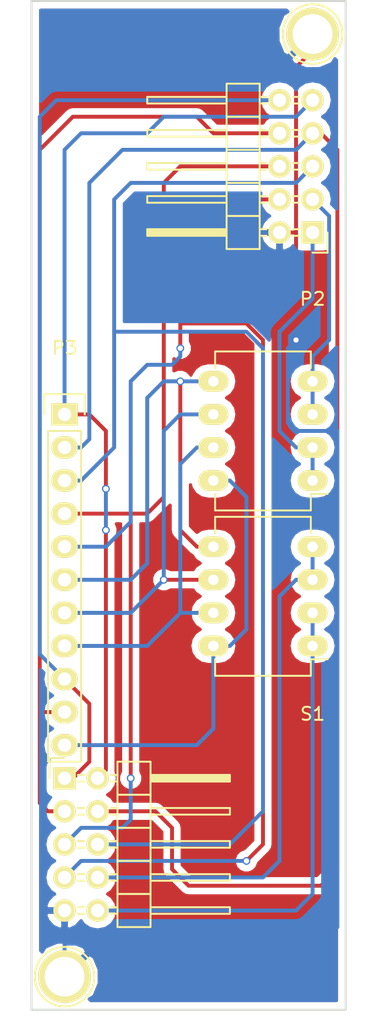
<source format=kicad_pcb>
(kicad_pcb (version 4) (host pcbnew 4.0.2+dfsg1-2~bpo8+1-stable)

  (general
    (links 33)
    (no_connects 0)
    (area 134.544999 82.474999 158.825001 160.095001)
    (thickness 1.6)
    (drawings 5)
    (tracks 168)
    (zones 0)
    (modules 7)
    (nets 17)
  )

  (page A4)
  (title_block
    (title "Module Generic Bottom Board")
    (date 2017-07-11)
    (company "Alexandros Drymonitis")
  )

  (layers
    (0 F.Cu signal)
    (31 B.Cu signal)
    (32 B.Adhes user)
    (33 F.Adhes user)
    (34 B.Paste user)
    (35 F.Paste user)
    (36 B.SilkS user)
    (37 F.SilkS user)
    (38 B.Mask user)
    (39 F.Mask user)
    (40 Dwgs.User user)
    (41 Cmts.User user)
    (42 Eco1.User user)
    (43 Eco2.User user)
    (44 Edge.Cuts user)
    (45 Margin user)
    (46 B.CrtYd user)
    (47 F.CrtYd user)
    (48 B.Fab user)
    (49 F.Fab user)
  )

  (setup
    (last_trace_width 0.3)
    (trace_clearance 0.25)
    (zone_clearance 0.508)
    (zone_45_only yes)
    (trace_min 0.2)
    (segment_width 0.2)
    (edge_width 0.15)
    (via_size 0.6)
    (via_drill 0.4)
    (via_min_size 0.5)
    (via_min_drill 0.3)
    (uvia_size 0.3)
    (uvia_drill 0.1)
    (uvias_allowed no)
    (uvia_min_size 0.2)
    (uvia_min_drill 0.1)
    (pcb_text_width 0.3)
    (pcb_text_size 1.5 1.5)
    (mod_edge_width 0.15)
    (mod_text_size 1 1)
    (mod_text_width 0.15)
    (pad_size 1.524 1.524)
    (pad_drill 0.762)
    (pad_to_mask_clearance 0.2)
    (aux_axis_origin 0 0)
    (visible_elements FFFFFF7F)
    (pcbplotparams
      (layerselection 0x00030_80000001)
      (usegerberextensions false)
      (excludeedgelayer true)
      (linewidth 0.050000)
      (plotframeref false)
      (viasonmask false)
      (mode 1)
      (useauxorigin false)
      (hpglpennumber 1)
      (hpglpenspeed 20)
      (hpglpendiameter 15)
      (hpglpenoverlay 2)
      (psnegative false)
      (psa4output false)
      (plotreference true)
      (plotvalue true)
      (plotinvisibletext false)
      (padsonsilk false)
      (subtractmaskfromsilk false)
      (outputformat 1)
      (mirror false)
      (drillshape 1)
      (scaleselection 1)
      (outputdirectory ""))
  )

  (net 0 "")
  (net 1 /SRCLK)
  (net 2 /MUXC)
  (net 3 /RCLK)
  (net 4 /MUXB)
  (net 5 /SH/LD)
  (net 6 /MUXA)
  (net 7 /SHIFT_INH)
  (net 8 /SW1_34)
  (net 9 GND)
  (net 10 /SW1_12)
  (net 11 /SW2_12)
  (net 12 /SW2_34)
  (net 13 /SHIFTIN_SER)
  (net 14 /QH)
  (net 15 /QH/)
  (net 16 /SHIFTOUT_SER)

  (net_class Default "This is the default net class."
    (clearance 0.25)
    (trace_width 0.3)
    (via_dia 0.6)
    (via_drill 0.4)
    (uvia_dia 0.3)
    (uvia_drill 0.1)
    (add_net /MUXA)
    (add_net /MUXB)
    (add_net /MUXC)
    (add_net /QH)
    (add_net /QH/)
    (add_net /RCLK)
    (add_net /SH/LD)
    (add_net /SHIFTIN_SER)
    (add_net /SHIFTOUT_SER)
    (add_net /SHIFT_INH)
    (add_net /SRCLK)
    (add_net /SW1_12)
    (add_net /SW1_34)
    (add_net /SW2_12)
    (add_net /SW2_34)
    (add_net GND)
  )

  (module Pin_Headers:Pin_Header_Angled_2x05 (layer F.Cu) (tedit 0) (tstamp 5964B3FE)
    (at 137.16 142.24)
    (descr "Through hole pin header")
    (tags "pin header")
    (path /596497F2)
    (fp_text reference P1 (at 0 -5.1) (layer F.SilkS)
      (effects (font (size 1 1) (thickness 0.15)))
    )
    (fp_text value CONN_02X05 (at 0 -3.1) (layer F.Fab)
      (effects (font (size 1 1) (thickness 0.15)))
    )
    (fp_line (start -1.35 -1.75) (end -1.35 11.95) (layer F.CrtYd) (width 0.05))
    (fp_line (start 13.2 -1.75) (end 13.2 11.95) (layer F.CrtYd) (width 0.05))
    (fp_line (start -1.35 -1.75) (end 13.2 -1.75) (layer F.CrtYd) (width 0.05))
    (fp_line (start -1.35 11.95) (end 13.2 11.95) (layer F.CrtYd) (width 0.05))
    (fp_line (start 1.524 10.414) (end 1.016 10.414) (layer F.SilkS) (width 0.15))
    (fp_line (start 1.524 9.906) (end 1.016 9.906) (layer F.SilkS) (width 0.15))
    (fp_line (start 1.524 7.874) (end 1.016 7.874) (layer F.SilkS) (width 0.15))
    (fp_line (start 1.524 7.366) (end 1.016 7.366) (layer F.SilkS) (width 0.15))
    (fp_line (start 1.524 -0.254) (end 1.016 -0.254) (layer F.SilkS) (width 0.15))
    (fp_line (start 1.524 0.254) (end 1.016 0.254) (layer F.SilkS) (width 0.15))
    (fp_line (start 1.524 5.334) (end 1.016 5.334) (layer F.SilkS) (width 0.15))
    (fp_line (start 1.524 4.826) (end 1.016 4.826) (layer F.SilkS) (width 0.15))
    (fp_line (start 1.524 2.794) (end 1.016 2.794) (layer F.SilkS) (width 0.15))
    (fp_line (start 1.524 2.286) (end 1.016 2.286) (layer F.SilkS) (width 0.15))
    (fp_line (start 4.064 10.414) (end 3.556 10.414) (layer F.SilkS) (width 0.15))
    (fp_line (start 4.064 9.906) (end 3.556 9.906) (layer F.SilkS) (width 0.15))
    (fp_line (start 4.064 -0.254) (end 3.556 -0.254) (layer F.SilkS) (width 0.15))
    (fp_line (start 4.064 0.254) (end 3.556 0.254) (layer F.SilkS) (width 0.15))
    (fp_line (start 4.064 2.286) (end 3.556 2.286) (layer F.SilkS) (width 0.15))
    (fp_line (start 4.064 2.794) (end 3.556 2.794) (layer F.SilkS) (width 0.15))
    (fp_line (start 4.064 7.874) (end 3.556 7.874) (layer F.SilkS) (width 0.15))
    (fp_line (start 4.064 7.366) (end 3.556 7.366) (layer F.SilkS) (width 0.15))
    (fp_line (start 4.064 5.334) (end 3.556 5.334) (layer F.SilkS) (width 0.15))
    (fp_line (start 4.064 4.826) (end 3.556 4.826) (layer F.SilkS) (width 0.15))
    (fp_line (start 0 -1.55) (end -1.15 -1.55) (layer F.SilkS) (width 0.15))
    (fp_line (start -1.15 -1.55) (end -1.15 0) (layer F.SilkS) (width 0.15))
    (fp_line (start 6.604 -0.127) (end 12.573 -0.127) (layer F.SilkS) (width 0.15))
    (fp_line (start 12.573 -0.127) (end 12.573 0.127) (layer F.SilkS) (width 0.15))
    (fp_line (start 12.573 0.127) (end 6.731 0.127) (layer F.SilkS) (width 0.15))
    (fp_line (start 6.731 0.127) (end 6.731 0) (layer F.SilkS) (width 0.15))
    (fp_line (start 6.731 0) (end 12.573 0) (layer F.SilkS) (width 0.15))
    (fp_line (start 4.064 8.89) (end 6.604 8.89) (layer F.SilkS) (width 0.15))
    (fp_line (start 4.064 8.89) (end 4.064 11.43) (layer F.SilkS) (width 0.15))
    (fp_line (start 6.604 9.906) (end 12.7 9.906) (layer F.SilkS) (width 0.15))
    (fp_line (start 12.7 9.906) (end 12.7 10.414) (layer F.SilkS) (width 0.15))
    (fp_line (start 12.7 10.414) (end 6.604 10.414) (layer F.SilkS) (width 0.15))
    (fp_line (start 6.604 11.43) (end 6.604 8.89) (layer F.SilkS) (width 0.15))
    (fp_line (start 4.064 11.43) (end 6.604 11.43) (layer F.SilkS) (width 0.15))
    (fp_line (start 4.064 3.81) (end 6.604 3.81) (layer F.SilkS) (width 0.15))
    (fp_line (start 4.064 3.81) (end 4.064 6.35) (layer F.SilkS) (width 0.15))
    (fp_line (start 4.064 6.35) (end 6.604 6.35) (layer F.SilkS) (width 0.15))
    (fp_line (start 6.604 4.826) (end 12.7 4.826) (layer F.SilkS) (width 0.15))
    (fp_line (start 12.7 4.826) (end 12.7 5.334) (layer F.SilkS) (width 0.15))
    (fp_line (start 12.7 5.334) (end 6.604 5.334) (layer F.SilkS) (width 0.15))
    (fp_line (start 6.604 6.35) (end 6.604 3.81) (layer F.SilkS) (width 0.15))
    (fp_line (start 6.604 8.89) (end 6.604 6.35) (layer F.SilkS) (width 0.15))
    (fp_line (start 12.7 7.874) (end 6.604 7.874) (layer F.SilkS) (width 0.15))
    (fp_line (start 12.7 7.366) (end 12.7 7.874) (layer F.SilkS) (width 0.15))
    (fp_line (start 6.604 7.366) (end 12.7 7.366) (layer F.SilkS) (width 0.15))
    (fp_line (start 4.064 8.89) (end 6.604 8.89) (layer F.SilkS) (width 0.15))
    (fp_line (start 4.064 6.35) (end 4.064 8.89) (layer F.SilkS) (width 0.15))
    (fp_line (start 4.064 6.35) (end 6.604 6.35) (layer F.SilkS) (width 0.15))
    (fp_line (start 4.064 1.27) (end 6.604 1.27) (layer F.SilkS) (width 0.15))
    (fp_line (start 4.064 1.27) (end 4.064 3.81) (layer F.SilkS) (width 0.15))
    (fp_line (start 4.064 3.81) (end 6.604 3.81) (layer F.SilkS) (width 0.15))
    (fp_line (start 6.604 2.286) (end 12.7 2.286) (layer F.SilkS) (width 0.15))
    (fp_line (start 12.7 2.286) (end 12.7 2.794) (layer F.SilkS) (width 0.15))
    (fp_line (start 12.7 2.794) (end 6.604 2.794) (layer F.SilkS) (width 0.15))
    (fp_line (start 6.604 3.81) (end 6.604 1.27) (layer F.SilkS) (width 0.15))
    (fp_line (start 6.604 1.27) (end 6.604 -1.27) (layer F.SilkS) (width 0.15))
    (fp_line (start 12.7 0.254) (end 6.604 0.254) (layer F.SilkS) (width 0.15))
    (fp_line (start 12.7 -0.254) (end 12.7 0.254) (layer F.SilkS) (width 0.15))
    (fp_line (start 6.604 -0.254) (end 12.7 -0.254) (layer F.SilkS) (width 0.15))
    (fp_line (start 4.064 1.27) (end 6.604 1.27) (layer F.SilkS) (width 0.15))
    (fp_line (start 4.064 -1.27) (end 4.064 1.27) (layer F.SilkS) (width 0.15))
    (fp_line (start 4.064 -1.27) (end 6.604 -1.27) (layer F.SilkS) (width 0.15))
    (pad 1 thru_hole rect (at 0 0) (size 1.7272 1.7272) (drill 1.016) (layers *.Cu *.Mask F.SilkS)
      (net 1 /SRCLK))
    (pad 2 thru_hole oval (at 2.54 0) (size 1.7272 1.7272) (drill 1.016) (layers *.Cu *.Mask F.SilkS)
      (net 2 /MUXC))
    (pad 3 thru_hole oval (at 0 2.54) (size 1.7272 1.7272) (drill 1.016) (layers *.Cu *.Mask F.SilkS)
      (net 3 /RCLK))
    (pad 4 thru_hole oval (at 2.54 2.54) (size 1.7272 1.7272) (drill 1.016) (layers *.Cu *.Mask F.SilkS)
      (net 4 /MUXB))
    (pad 5 thru_hole oval (at 0 5.08) (size 1.7272 1.7272) (drill 1.016) (layers *.Cu *.Mask F.SilkS)
      (net 5 /SH/LD))
    (pad 6 thru_hole oval (at 2.54 5.08) (size 1.7272 1.7272) (drill 1.016) (layers *.Cu *.Mask F.SilkS)
      (net 6 /MUXA))
    (pad 7 thru_hole oval (at 0 7.62) (size 1.7272 1.7272) (drill 1.016) (layers *.Cu *.Mask F.SilkS)
      (net 7 /SHIFT_INH))
    (pad 8 thru_hole oval (at 2.54 7.62) (size 1.7272 1.7272) (drill 1.016) (layers *.Cu *.Mask F.SilkS)
      (net 8 /SW1_34))
    (pad 9 thru_hole oval (at 0 10.16) (size 1.7272 1.7272) (drill 1.016) (layers *.Cu *.Mask F.SilkS)
      (net 9 GND))
    (pad 10 thru_hole oval (at 2.54 10.16) (size 1.7272 1.7272) (drill 1.016) (layers *.Cu *.Mask F.SilkS)
      (net 10 /SW1_12))
    (model Pin_Headers.3dshapes/Pin_Header_Angled_2x05.wrl
      (at (xyz 0.05 -0.2 0))
      (scale (xyz 1 1 1))
      (rotate (xyz 0 0 90))
    )
  )

  (module Pin_Headers:Pin_Header_Angled_2x05 (layer F.Cu) (tedit 0) (tstamp 5964B40C)
    (at 156.21 100.33 180)
    (descr "Through hole pin header")
    (tags "pin header")
    (path /59649788)
    (fp_text reference P2 (at 0 -5.1 180) (layer F.SilkS)
      (effects (font (size 1 1) (thickness 0.15)))
    )
    (fp_text value CONN_02X05 (at 0 -3.1 180) (layer F.Fab)
      (effects (font (size 1 1) (thickness 0.15)))
    )
    (fp_line (start -1.35 -1.75) (end -1.35 11.95) (layer F.CrtYd) (width 0.05))
    (fp_line (start 13.2 -1.75) (end 13.2 11.95) (layer F.CrtYd) (width 0.05))
    (fp_line (start -1.35 -1.75) (end 13.2 -1.75) (layer F.CrtYd) (width 0.05))
    (fp_line (start -1.35 11.95) (end 13.2 11.95) (layer F.CrtYd) (width 0.05))
    (fp_line (start 1.524 10.414) (end 1.016 10.414) (layer F.SilkS) (width 0.15))
    (fp_line (start 1.524 9.906) (end 1.016 9.906) (layer F.SilkS) (width 0.15))
    (fp_line (start 1.524 7.874) (end 1.016 7.874) (layer F.SilkS) (width 0.15))
    (fp_line (start 1.524 7.366) (end 1.016 7.366) (layer F.SilkS) (width 0.15))
    (fp_line (start 1.524 -0.254) (end 1.016 -0.254) (layer F.SilkS) (width 0.15))
    (fp_line (start 1.524 0.254) (end 1.016 0.254) (layer F.SilkS) (width 0.15))
    (fp_line (start 1.524 5.334) (end 1.016 5.334) (layer F.SilkS) (width 0.15))
    (fp_line (start 1.524 4.826) (end 1.016 4.826) (layer F.SilkS) (width 0.15))
    (fp_line (start 1.524 2.794) (end 1.016 2.794) (layer F.SilkS) (width 0.15))
    (fp_line (start 1.524 2.286) (end 1.016 2.286) (layer F.SilkS) (width 0.15))
    (fp_line (start 4.064 10.414) (end 3.556 10.414) (layer F.SilkS) (width 0.15))
    (fp_line (start 4.064 9.906) (end 3.556 9.906) (layer F.SilkS) (width 0.15))
    (fp_line (start 4.064 -0.254) (end 3.556 -0.254) (layer F.SilkS) (width 0.15))
    (fp_line (start 4.064 0.254) (end 3.556 0.254) (layer F.SilkS) (width 0.15))
    (fp_line (start 4.064 2.286) (end 3.556 2.286) (layer F.SilkS) (width 0.15))
    (fp_line (start 4.064 2.794) (end 3.556 2.794) (layer F.SilkS) (width 0.15))
    (fp_line (start 4.064 7.874) (end 3.556 7.874) (layer F.SilkS) (width 0.15))
    (fp_line (start 4.064 7.366) (end 3.556 7.366) (layer F.SilkS) (width 0.15))
    (fp_line (start 4.064 5.334) (end 3.556 5.334) (layer F.SilkS) (width 0.15))
    (fp_line (start 4.064 4.826) (end 3.556 4.826) (layer F.SilkS) (width 0.15))
    (fp_line (start 0 -1.55) (end -1.15 -1.55) (layer F.SilkS) (width 0.15))
    (fp_line (start -1.15 -1.55) (end -1.15 0) (layer F.SilkS) (width 0.15))
    (fp_line (start 6.604 -0.127) (end 12.573 -0.127) (layer F.SilkS) (width 0.15))
    (fp_line (start 12.573 -0.127) (end 12.573 0.127) (layer F.SilkS) (width 0.15))
    (fp_line (start 12.573 0.127) (end 6.731 0.127) (layer F.SilkS) (width 0.15))
    (fp_line (start 6.731 0.127) (end 6.731 0) (layer F.SilkS) (width 0.15))
    (fp_line (start 6.731 0) (end 12.573 0) (layer F.SilkS) (width 0.15))
    (fp_line (start 4.064 8.89) (end 6.604 8.89) (layer F.SilkS) (width 0.15))
    (fp_line (start 4.064 8.89) (end 4.064 11.43) (layer F.SilkS) (width 0.15))
    (fp_line (start 6.604 9.906) (end 12.7 9.906) (layer F.SilkS) (width 0.15))
    (fp_line (start 12.7 9.906) (end 12.7 10.414) (layer F.SilkS) (width 0.15))
    (fp_line (start 12.7 10.414) (end 6.604 10.414) (layer F.SilkS) (width 0.15))
    (fp_line (start 6.604 11.43) (end 6.604 8.89) (layer F.SilkS) (width 0.15))
    (fp_line (start 4.064 11.43) (end 6.604 11.43) (layer F.SilkS) (width 0.15))
    (fp_line (start 4.064 3.81) (end 6.604 3.81) (layer F.SilkS) (width 0.15))
    (fp_line (start 4.064 3.81) (end 4.064 6.35) (layer F.SilkS) (width 0.15))
    (fp_line (start 4.064 6.35) (end 6.604 6.35) (layer F.SilkS) (width 0.15))
    (fp_line (start 6.604 4.826) (end 12.7 4.826) (layer F.SilkS) (width 0.15))
    (fp_line (start 12.7 4.826) (end 12.7 5.334) (layer F.SilkS) (width 0.15))
    (fp_line (start 12.7 5.334) (end 6.604 5.334) (layer F.SilkS) (width 0.15))
    (fp_line (start 6.604 6.35) (end 6.604 3.81) (layer F.SilkS) (width 0.15))
    (fp_line (start 6.604 8.89) (end 6.604 6.35) (layer F.SilkS) (width 0.15))
    (fp_line (start 12.7 7.874) (end 6.604 7.874) (layer F.SilkS) (width 0.15))
    (fp_line (start 12.7 7.366) (end 12.7 7.874) (layer F.SilkS) (width 0.15))
    (fp_line (start 6.604 7.366) (end 12.7 7.366) (layer F.SilkS) (width 0.15))
    (fp_line (start 4.064 8.89) (end 6.604 8.89) (layer F.SilkS) (width 0.15))
    (fp_line (start 4.064 6.35) (end 4.064 8.89) (layer F.SilkS) (width 0.15))
    (fp_line (start 4.064 6.35) (end 6.604 6.35) (layer F.SilkS) (width 0.15))
    (fp_line (start 4.064 1.27) (end 6.604 1.27) (layer F.SilkS) (width 0.15))
    (fp_line (start 4.064 1.27) (end 4.064 3.81) (layer F.SilkS) (width 0.15))
    (fp_line (start 4.064 3.81) (end 6.604 3.81) (layer F.SilkS) (width 0.15))
    (fp_line (start 6.604 2.286) (end 12.7 2.286) (layer F.SilkS) (width 0.15))
    (fp_line (start 12.7 2.286) (end 12.7 2.794) (layer F.SilkS) (width 0.15))
    (fp_line (start 12.7 2.794) (end 6.604 2.794) (layer F.SilkS) (width 0.15))
    (fp_line (start 6.604 3.81) (end 6.604 1.27) (layer F.SilkS) (width 0.15))
    (fp_line (start 6.604 1.27) (end 6.604 -1.27) (layer F.SilkS) (width 0.15))
    (fp_line (start 12.7 0.254) (end 6.604 0.254) (layer F.SilkS) (width 0.15))
    (fp_line (start 12.7 -0.254) (end 12.7 0.254) (layer F.SilkS) (width 0.15))
    (fp_line (start 6.604 -0.254) (end 12.7 -0.254) (layer F.SilkS) (width 0.15))
    (fp_line (start 4.064 1.27) (end 6.604 1.27) (layer F.SilkS) (width 0.15))
    (fp_line (start 4.064 -1.27) (end 4.064 1.27) (layer F.SilkS) (width 0.15))
    (fp_line (start 4.064 -1.27) (end 6.604 -1.27) (layer F.SilkS) (width 0.15))
    (pad 1 thru_hole rect (at 0 0 180) (size 1.7272 1.7272) (drill 1.016) (layers *.Cu *.Mask F.SilkS)
      (net 11 /SW2_12))
    (pad 2 thru_hole oval (at 2.54 0 180) (size 1.7272 1.7272) (drill 1.016) (layers *.Cu *.Mask F.SilkS)
      (net 9 GND))
    (pad 3 thru_hole oval (at 0 2.54 180) (size 1.7272 1.7272) (drill 1.016) (layers *.Cu *.Mask F.SilkS)
      (net 12 /SW2_34))
    (pad 4 thru_hole oval (at 2.54 2.54 180) (size 1.7272 1.7272) (drill 1.016) (layers *.Cu *.Mask F.SilkS)
      (net 7 /SHIFT_INH))
    (pad 5 thru_hole oval (at 0 5.08 180) (size 1.7272 1.7272) (drill 1.016) (layers *.Cu *.Mask F.SilkS)
      (net 6 /MUXA))
    (pad 6 thru_hole oval (at 2.54 5.08 180) (size 1.7272 1.7272) (drill 1.016) (layers *.Cu *.Mask F.SilkS)
      (net 5 /SH/LD))
    (pad 7 thru_hole oval (at 0 7.62 180) (size 1.7272 1.7272) (drill 1.016) (layers *.Cu *.Mask F.SilkS)
      (net 4 /MUXB))
    (pad 8 thru_hole oval (at 2.54 7.62 180) (size 1.7272 1.7272) (drill 1.016) (layers *.Cu *.Mask F.SilkS)
      (net 3 /RCLK))
    (pad 9 thru_hole oval (at 0 10.16 180) (size 1.7272 1.7272) (drill 1.016) (layers *.Cu *.Mask F.SilkS)
      (net 2 /MUXC))
    (pad 10 thru_hole oval (at 2.54 10.16 180) (size 1.7272 1.7272) (drill 1.016) (layers *.Cu *.Mask F.SilkS)
      (net 1 /SRCLK))
    (model Pin_Headers.3dshapes/Pin_Header_Angled_2x05.wrl
      (at (xyz 0.05 -0.2 0))
      (scale (xyz 1 1 1))
      (rotate (xyz 0 0 90))
    )
  )

  (module Pin_Headers:Pin_Header_Straight_1x11 (layer F.Cu) (tedit 0) (tstamp 5964B41B)
    (at 137.16 114.3)
    (descr "Through hole pin header")
    (tags "pin header")
    (path /5964980D)
    (fp_text reference P3 (at 0 -5.1) (layer F.SilkS)
      (effects (font (size 1 1) (thickness 0.15)))
    )
    (fp_text value CONN_01X11 (at 0 -3.1) (layer F.Fab)
      (effects (font (size 1 1) (thickness 0.15)))
    )
    (fp_line (start -1.75 -1.75) (end -1.75 27.15) (layer F.CrtYd) (width 0.05))
    (fp_line (start 1.75 -1.75) (end 1.75 27.15) (layer F.CrtYd) (width 0.05))
    (fp_line (start -1.75 -1.75) (end 1.75 -1.75) (layer F.CrtYd) (width 0.05))
    (fp_line (start -1.75 27.15) (end 1.75 27.15) (layer F.CrtYd) (width 0.05))
    (fp_line (start 1.27 1.27) (end 1.27 26.67) (layer F.SilkS) (width 0.15))
    (fp_line (start 1.27 26.67) (end -1.27 26.67) (layer F.SilkS) (width 0.15))
    (fp_line (start -1.27 26.67) (end -1.27 1.27) (layer F.SilkS) (width 0.15))
    (fp_line (start 1.55 -1.55) (end 1.55 0) (layer F.SilkS) (width 0.15))
    (fp_line (start 1.27 1.27) (end -1.27 1.27) (layer F.SilkS) (width 0.15))
    (fp_line (start -1.55 0) (end -1.55 -1.55) (layer F.SilkS) (width 0.15))
    (fp_line (start -1.55 -1.55) (end 1.55 -1.55) (layer F.SilkS) (width 0.15))
    (pad 1 thru_hole rect (at 0 0) (size 2.032 1.7272) (drill 1.016) (layers *.Cu *.Mask F.SilkS)
      (net 2 /MUXC))
    (pad 2 thru_hole oval (at 0 2.54) (size 2.032 1.7272) (drill 1.016) (layers *.Cu *.Mask F.SilkS)
      (net 4 /MUXB))
    (pad 3 thru_hole oval (at 0 5.08) (size 2.032 1.7272) (drill 1.016) (layers *.Cu *.Mask F.SilkS)
      (net 6 /MUXA))
    (pad 4 thru_hole oval (at 0 7.62) (size 2.032 1.7272) (drill 1.016) (layers *.Cu *.Mask F.SilkS)
      (net 5 /SH/LD))
    (pad 5 thru_hole oval (at 0 10.16) (size 2.032 1.7272) (drill 1.016) (layers *.Cu *.Mask F.SilkS)
      (net 7 /SHIFT_INH))
    (pad 6 thru_hole oval (at 0 12.7) (size 2.032 1.7272) (drill 1.016) (layers *.Cu *.Mask F.SilkS)
      (net 13 /SHIFTIN_SER))
    (pad 7 thru_hole oval (at 0 15.24) (size 2.032 1.7272) (drill 1.016) (layers *.Cu *.Mask F.SilkS)
      (net 14 /QH))
    (pad 8 thru_hole oval (at 0 17.78) (size 2.032 1.7272) (drill 1.016) (layers *.Cu *.Mask F.SilkS)
      (net 15 /QH/))
    (pad 9 thru_hole oval (at 0 20.32) (size 2.032 1.7272) (drill 1.016) (layers *.Cu *.Mask F.SilkS)
      (net 1 /SRCLK))
    (pad 10 thru_hole oval (at 0 22.86) (size 2.032 1.7272) (drill 1.016) (layers *.Cu *.Mask F.SilkS)
      (net 3 /RCLK))
    (pad 11 thru_hole oval (at 0 25.4) (size 2.032 1.7272) (drill 1.016) (layers *.Cu *.Mask F.SilkS)
      (net 16 /SHIFTOUT_SER))
    (model Pin_Headers.3dshapes/Pin_Header_Straight_1x11.wrl
      (at (xyz 0 -0.5 0))
      (scale (xyz 1 1 1))
      (rotate (xyz 0 0 90))
    )
  )

  (module Housings_DIP:DIP-8_W7.62mm_LongPads (layer F.Cu) (tedit 54130A77) (tstamp 5964B431)
    (at 156.21 132.08 180)
    (descr "8-lead dip package, row spacing 7.62 mm (300 mils), longer pads")
    (tags "dil dip 2.54 300")
    (path /59649914)
    (fp_text reference S1 (at 0 -5.22 180) (layer F.SilkS)
      (effects (font (size 1 1) (thickness 0.15)))
    )
    (fp_text value SW_DIP_x4 (at 0 -3.72 180) (layer F.Fab)
      (effects (font (size 1 1) (thickness 0.15)))
    )
    (fp_line (start -1.4 -2.45) (end -1.4 10.1) (layer F.CrtYd) (width 0.05))
    (fp_line (start 9 -2.45) (end 9 10.1) (layer F.CrtYd) (width 0.05))
    (fp_line (start -1.4 -2.45) (end 9 -2.45) (layer F.CrtYd) (width 0.05))
    (fp_line (start -1.4 10.1) (end 9 10.1) (layer F.CrtYd) (width 0.05))
    (fp_line (start 0.135 -2.295) (end 0.135 -1.025) (layer F.SilkS) (width 0.15))
    (fp_line (start 7.485 -2.295) (end 7.485 -1.025) (layer F.SilkS) (width 0.15))
    (fp_line (start 7.485 9.915) (end 7.485 8.645) (layer F.SilkS) (width 0.15))
    (fp_line (start 0.135 9.915) (end 0.135 8.645) (layer F.SilkS) (width 0.15))
    (fp_line (start 0.135 -2.295) (end 7.485 -2.295) (layer F.SilkS) (width 0.15))
    (fp_line (start 0.135 9.915) (end 7.485 9.915) (layer F.SilkS) (width 0.15))
    (fp_line (start 0.135 -1.025) (end -1.15 -1.025) (layer F.SilkS) (width 0.15))
    (pad 1 thru_hole oval (at 0 0 180) (size 2.3 1.6) (drill 0.8) (layers *.Cu *.Mask F.SilkS)
      (net 10 /SW1_12))
    (pad 2 thru_hole oval (at 0 2.54 180) (size 2.3 1.6) (drill 0.8) (layers *.Cu *.Mask F.SilkS)
      (net 10 /SW1_12))
    (pad 3 thru_hole oval (at 0 5.08 180) (size 2.3 1.6) (drill 0.8) (layers *.Cu *.Mask F.SilkS)
      (net 8 /SW1_34))
    (pad 4 thru_hole oval (at 0 7.62 180) (size 2.3 1.6) (drill 0.8) (layers *.Cu *.Mask F.SilkS)
      (net 8 /SW1_34))
    (pad 5 thru_hole oval (at 7.62 7.62 180) (size 2.3 1.6) (drill 0.8) (layers *.Cu *.Mask F.SilkS)
      (net 13 /SHIFTIN_SER))
    (pad 6 thru_hole oval (at 7.62 5.08 180) (size 2.3 1.6) (drill 0.8) (layers *.Cu *.Mask F.SilkS)
      (net 14 /QH))
    (pad 7 thru_hole oval (at 7.62 2.54 180) (size 2.3 1.6) (drill 0.8) (layers *.Cu *.Mask F.SilkS)
      (net 15 /QH/))
    (pad 8 thru_hole oval (at 7.62 0 180) (size 2.3 1.6) (drill 0.8) (layers *.Cu *.Mask F.SilkS)
      (net 16 /SHIFTOUT_SER))
    (model Housings_DIP.3dshapes/DIP-8_W7.62mm_LongPads.wrl
      (at (xyz 0 0 0))
      (scale (xyz 1 1 1))
      (rotate (xyz 0 0 0))
    )
  )

  (module Housings_DIP:DIP-8_W7.62mm_LongPads (layer F.Cu) (tedit 54130A77) (tstamp 5964B43D)
    (at 156.21 119.38 180)
    (descr "8-lead dip package, row spacing 7.62 mm (300 mils), longer pads")
    (tags "dil dip 2.54 300")
    (path /59649981)
    (fp_text reference S2 (at 0 -5.22 180) (layer F.SilkS)
      (effects (font (size 1 1) (thickness 0.15)))
    )
    (fp_text value SW_DIP_x4 (at 0 -3.72 180) (layer F.Fab)
      (effects (font (size 1 1) (thickness 0.15)))
    )
    (fp_line (start -1.4 -2.45) (end -1.4 10.1) (layer F.CrtYd) (width 0.05))
    (fp_line (start 9 -2.45) (end 9 10.1) (layer F.CrtYd) (width 0.05))
    (fp_line (start -1.4 -2.45) (end 9 -2.45) (layer F.CrtYd) (width 0.05))
    (fp_line (start -1.4 10.1) (end 9 10.1) (layer F.CrtYd) (width 0.05))
    (fp_line (start 0.135 -2.295) (end 0.135 -1.025) (layer F.SilkS) (width 0.15))
    (fp_line (start 7.485 -2.295) (end 7.485 -1.025) (layer F.SilkS) (width 0.15))
    (fp_line (start 7.485 9.915) (end 7.485 8.645) (layer F.SilkS) (width 0.15))
    (fp_line (start 0.135 9.915) (end 0.135 8.645) (layer F.SilkS) (width 0.15))
    (fp_line (start 0.135 -2.295) (end 7.485 -2.295) (layer F.SilkS) (width 0.15))
    (fp_line (start 0.135 9.915) (end 7.485 9.915) (layer F.SilkS) (width 0.15))
    (fp_line (start 0.135 -1.025) (end -1.15 -1.025) (layer F.SilkS) (width 0.15))
    (pad 1 thru_hole oval (at 0 0 180) (size 2.3 1.6) (drill 0.8) (layers *.Cu *.Mask F.SilkS)
      (net 11 /SW2_12))
    (pad 2 thru_hole oval (at 0 2.54 180) (size 2.3 1.6) (drill 0.8) (layers *.Cu *.Mask F.SilkS)
      (net 11 /SW2_12))
    (pad 3 thru_hole oval (at 0 5.08 180) (size 2.3 1.6) (drill 0.8) (layers *.Cu *.Mask F.SilkS)
      (net 12 /SW2_34))
    (pad 4 thru_hole oval (at 0 7.62 180) (size 2.3 1.6) (drill 0.8) (layers *.Cu *.Mask F.SilkS)
      (net 12 /SW2_34))
    (pad 5 thru_hole oval (at 7.62 7.62 180) (size 2.3 1.6) (drill 0.8) (layers *.Cu *.Mask F.SilkS)
      (net 13 /SHIFTIN_SER))
    (pad 6 thru_hole oval (at 7.62 5.08 180) (size 2.3 1.6) (drill 0.8) (layers *.Cu *.Mask F.SilkS)
      (net 14 /QH))
    (pad 7 thru_hole oval (at 7.62 2.54 180) (size 2.3 1.6) (drill 0.8) (layers *.Cu *.Mask F.SilkS)
      (net 15 /QH/))
    (pad 8 thru_hole oval (at 7.62 0 180) (size 2.3 1.6) (drill 0.8) (layers *.Cu *.Mask F.SilkS)
      (net 16 /SHIFTOUT_SER))
    (model Housings_DIP.3dshapes/DIP-8_W7.62mm_LongPads.wrl
      (at (xyz 0 0 0))
      (scale (xyz 1 1 1))
      (rotate (xyz 0 0 0))
    )
  )

  (module drillhole:hole (layer F.Cu) (tedit 5957842A) (tstamp 59666709)
    (at 156.21 85.09)
    (descr "module 1 pin (ou trou mecanique de percage)")
    (tags DEV)
    (path /5964C3C1)
    (fp_text reference P4 (at 0 -3.048) (layer F.SilkS) hide
      (effects (font (size 1 1) (thickness 0.15)))
    )
    (fp_text value CONN_01X01 (at 0 2.794) (layer F.Fab)
      (effects (font (size 1 1) (thickness 0.15)))
    )
    (fp_circle (center 0 0) (end 0 -2.286) (layer F.SilkS) (width 0.15))
    (pad 1 thru_hole circle (at 0 0) (size 4.064 4.064) (drill 3.048) (layers *.Cu *.Mask F.SilkS)
      (net 9 GND))
  )

  (module drillhole:hole (layer F.Cu) (tedit 5957842A) (tstamp 5966670D)
    (at 137.16 157.48)
    (descr "module 1 pin (ou trou mecanique de percage)")
    (tags DEV)
    (path /5964C41C)
    (fp_text reference P5 (at 0 -3.048) (layer F.SilkS) hide
      (effects (font (size 1 1) (thickness 0.15)))
    )
    (fp_text value CONN_01X01 (at 0 2.794) (layer F.Fab)
      (effects (font (size 1 1) (thickness 0.15)))
    )
    (fp_circle (center 0 0) (end 0 -2.286) (layer F.SilkS) (width 0.15))
    (pad 1 thru_hole circle (at 0 0) (size 4.064 4.064) (drill 3.048) (layers *.Cu *.Mask F.SilkS)
      (net 9 GND))
  )

  (gr_text "© Alexandros Drymonitis" (at 148.59 157.48) (layer F.Cu)
    (effects (font (size 0.762 0.762) (thickness 0.1905)))
  )
  (gr_line (start 134.62 82.55) (end 158.75 82.55) (angle 90) (layer Edge.Cuts) (width 0.15))
  (gr_line (start 134.62 160.02) (end 134.62 82.55) (angle 90) (layer Edge.Cuts) (width 0.15))
  (gr_line (start 158.75 160.02) (end 134.62 160.02) (angle 90) (layer Edge.Cuts) (width 0.15))
  (gr_line (start 158.75 82.55) (end 158.75 160.02) (angle 90) (layer Edge.Cuts) (width 0.15))

  (segment (start 137.16 142.24) (end 137.795 142.24) (width 0.3) (layer F.Cu) (net 1))
  (segment (start 137.795 142.24) (end 139.065 140.97) (width 0.3) (layer F.Cu) (net 1) (tstamp 5964C9D6))
  (segment (start 139.065 140.97) (end 139.065 136.525) (width 0.3) (layer F.Cu) (net 1) (tstamp 5964C9D7))
  (segment (start 139.065 136.525) (end 137.16 134.62) (width 0.3) (layer F.Cu) (net 1) (tstamp 5964C9DB))
  (segment (start 137.795 134.62) (end 137.16 134.62) (width 0.3) (layer F.Cu) (net 1) (tstamp 5964C9C6))
  (segment (start 153.67 90.17) (end 136.525 90.17) (width 0.3) (layer B.Cu) (net 1))
  (segment (start 135.255 132.715) (end 137.16 134.62) (width 0.3) (layer B.Cu) (net 1) (tstamp 5964C779))
  (segment (start 135.255 91.44) (end 135.255 132.715) (width 0.3) (layer B.Cu) (net 1) (tstamp 5964C773))
  (segment (start 136.525 90.17) (end 135.255 91.44) (width 0.3) (layer B.Cu) (net 1) (tstamp 5964C770))
  (segment (start 139.7 142.24) (end 140.335 141.605) (width 0.3) (layer F.Cu) (net 2))
  (segment (start 139.065 114.3) (end 137.16 114.3) (width 0.3) (layer F.Cu) (net 2) (tstamp 5964CBE6))
  (segment (start 140.335 115.57) (end 139.065 114.3) (width 0.3) (layer F.Cu) (net 2) (tstamp 5964CBE5))
  (segment (start 140.335 120.015) (end 140.335 115.57) (width 0.3) (layer F.Cu) (net 2) (tstamp 5964CBE4))
  (via (at 140.335 120.015) (size 0.6) (drill 0.4) (layers F.Cu B.Cu) (net 2))
  (segment (start 140.335 123.19) (end 140.335 120.015) (width 0.3) (layer B.Cu) (net 2) (tstamp 5964CBE1))
  (via (at 140.335 123.19) (size 0.6) (drill 0.4) (layers F.Cu B.Cu) (net 2))
  (segment (start 140.335 141.605) (end 140.335 123.19) (width 0.3) (layer F.Cu) (net 2) (tstamp 5964CBCD))
  (segment (start 137.16 114.3) (end 137.16 93.98) (width 0.3) (layer B.Cu) (net 2))
  (segment (start 154.94 91.44) (end 156.21 90.17) (width 0.3) (layer B.Cu) (net 2) (tstamp 5964C74D))
  (segment (start 144.78 91.44) (end 154.94 91.44) (width 0.3) (layer B.Cu) (net 2) (tstamp 5964C74B))
  (segment (start 143.51 92.71) (end 144.78 91.44) (width 0.3) (layer B.Cu) (net 2) (tstamp 5964C748))
  (segment (start 138.43 92.71) (end 143.51 92.71) (width 0.3) (layer B.Cu) (net 2) (tstamp 5964C745))
  (segment (start 137.16 93.98) (end 138.43 92.71) (width 0.3) (layer B.Cu) (net 2) (tstamp 5964C735))
  (segment (start 137.16 137.16) (end 135.255 137.16) (width 0.3) (layer F.Cu) (net 3))
  (segment (start 135.255 137.16) (end 135.255 135.255) (width 0.3) (layer F.Cu) (net 3) (tstamp 5964D2B8))
  (segment (start 135.255 135.255) (end 135.255 93.98) (width 0.3) (layer F.Cu) (net 3) (tstamp 5964C79E))
  (segment (start 135.255 93.98) (end 137.795 91.44) (width 0.3) (layer F.Cu) (net 3) (tstamp 5964C7A0))
  (segment (start 137.795 91.44) (end 147.32 91.44) (width 0.3) (layer F.Cu) (net 3) (tstamp 5964C7B1))
  (segment (start 147.32 91.44) (end 148.59 92.71) (width 0.3) (layer F.Cu) (net 3) (tstamp 5964C7B5))
  (segment (start 148.59 92.71) (end 153.67 92.71) (width 0.3) (layer F.Cu) (net 3) (tstamp 5964C7B7))
  (segment (start 137.16 144.78) (end 135.89 144.78) (width 0.3) (layer F.Cu) (net 3))
  (segment (start 135.255 137.16) (end 137.16 137.16) (width 0.3) (layer F.Cu) (net 3) (tstamp 5964D2A6) (status 2))
  (segment (start 135.255 144.145) (end 135.255 137.16) (width 0.3) (layer F.Cu) (net 3) (tstamp 5964D2A4) (status 2))
  (segment (start 135.89 144.78) (end 135.255 144.145) (width 0.3) (layer F.Cu) (net 3) (tstamp 5964D2A2))
  (segment (start 139.7 144.78) (end 144.145 144.78) (width 0.3) (layer F.Cu) (net 4))
  (segment (start 158.115 93.98) (end 156.845 92.71) (width 0.3) (layer F.Cu) (net 4) (tstamp 5964CD22))
  (segment (start 158.115 149.225) (end 158.115 93.98) (width 0.3) (layer F.Cu) (net 4) (tstamp 5964CD19))
  (segment (start 156.845 150.495) (end 158.115 149.225) (width 0.3) (layer F.Cu) (net 4) (tstamp 5964CD17))
  (segment (start 146.685 150.495) (end 156.845 150.495) (width 0.3) (layer F.Cu) (net 4) (tstamp 5964CD14))
  (segment (start 145.415 149.225) (end 146.685 150.495) (width 0.3) (layer F.Cu) (net 4) (tstamp 5964CD12))
  (segment (start 145.415 146.05) (end 145.415 149.225) (width 0.3) (layer F.Cu) (net 4) (tstamp 5964CD0A))
  (segment (start 144.145 144.78) (end 145.415 146.05) (width 0.3) (layer F.Cu) (net 4) (tstamp 5964CD07))
  (segment (start 156.845 92.71) (end 156.21 92.71) (width 0.3) (layer F.Cu) (net 4) (tstamp 5964CD25))
  (segment (start 137.16 116.84) (end 138.43 116.84) (width 0.3) (layer B.Cu) (net 4))
  (segment (start 154.94 93.98) (end 156.21 92.71) (width 0.3) (layer B.Cu) (net 4) (tstamp 5964C7E1))
  (segment (start 141.605 93.98) (end 154.94 93.98) (width 0.3) (layer B.Cu) (net 4) (tstamp 5964C7DE))
  (segment (start 139.065 96.52) (end 141.605 93.98) (width 0.3) (layer B.Cu) (net 4) (tstamp 5964C7D6))
  (segment (start 139.065 116.205) (end 139.065 96.52) (width 0.3) (layer B.Cu) (net 4) (tstamp 5964C7D2))
  (segment (start 138.43 116.84) (end 139.065 116.205) (width 0.3) (layer B.Cu) (net 4) (tstamp 5964C7CB))
  (segment (start 137.16 147.32) (end 138.43 146.05) (width 0.3) (layer B.Cu) (net 5))
  (segment (start 142.24 142.24) (end 142.24 121.92) (width 0.3) (layer F.Cu) (net 5) (tstamp 5964CCFC))
  (via (at 142.24 142.24) (size 0.6) (drill 0.4) (layers F.Cu B.Cu) (net 5))
  (segment (start 142.24 145.415) (end 142.24 142.24) (width 0.3) (layer B.Cu) (net 5) (tstamp 5964CCF9))
  (segment (start 141.605 146.05) (end 142.24 145.415) (width 0.3) (layer B.Cu) (net 5) (tstamp 5964CCF0))
  (segment (start 138.43 146.05) (end 141.605 146.05) (width 0.3) (layer B.Cu) (net 5) (tstamp 5964CCEF))
  (segment (start 153.67 95.25) (end 146.05 95.25) (width 0.3) (layer F.Cu) (net 5))
  (segment (start 143.51 121.92) (end 142.24 121.92) (width 0.3) (layer F.Cu) (net 5) (tstamp 5964C9A0))
  (segment (start 144.78 120.65) (end 143.51 121.92) (width 0.3) (layer F.Cu) (net 5) (tstamp 5964C99D))
  (segment (start 144.78 96.52) (end 144.78 120.65) (width 0.3) (layer F.Cu) (net 5) (tstamp 5964C996))
  (segment (start 146.05 95.25) (end 144.78 96.52) (width 0.3) (layer F.Cu) (net 5) (tstamp 5964C988))
  (segment (start 137.16 121.92) (end 142.24 121.92) (width 0.3) (layer F.Cu) (net 5))
  (segment (start 139.7 147.32) (end 149.86 147.32) (width 0.3) (layer B.Cu) (net 6))
  (segment (start 151.13 107.95) (end 140.97 107.95) (width 0.3) (layer B.Cu) (net 6) (tstamp 5964C840))
  (segment (start 152.4 109.22) (end 151.13 107.95) (width 0.3) (layer B.Cu) (net 6) (tstamp 5964C83E))
  (segment (start 152.4 144.78) (end 152.4 109.22) (width 0.3) (layer B.Cu) (net 6) (tstamp 5964C834))
  (segment (start 149.86 147.32) (end 152.4 144.78) (width 0.3) (layer B.Cu) (net 6) (tstamp 5964C830))
  (segment (start 137.16 119.38) (end 138.43 119.38) (width 0.3) (layer B.Cu) (net 6))
  (segment (start 154.94 96.52) (end 156.21 95.25) (width 0.3) (layer B.Cu) (net 6) (tstamp 5964C80B))
  (segment (start 142.24 96.52) (end 154.94 96.52) (width 0.3) (layer B.Cu) (net 6) (tstamp 5964C808))
  (segment (start 140.97 97.79) (end 142.24 96.52) (width 0.3) (layer B.Cu) (net 6) (tstamp 5964C805))
  (segment (start 140.97 116.84) (end 140.97 107.95) (width 0.3) (layer B.Cu) (net 6) (tstamp 5964C7FE))
  (segment (start 140.97 107.95) (end 140.97 97.79) (width 0.3) (layer B.Cu) (net 6) (tstamp 5964C844))
  (segment (start 138.43 119.38) (end 140.97 116.84) (width 0.3) (layer B.Cu) (net 6) (tstamp 5964C7F8))
  (segment (start 146.05 109.22) (end 146.05 109.855) (width 0.3) (layer B.Cu) (net 7))
  (segment (start 140.335 124.46) (end 142.24 122.555) (width 0.3) (layer B.Cu) (net 7) (tstamp 5964CAF0))
  (via (at 146.05 109.22) (size 0.6) (drill 0.4) (layers F.Cu B.Cu) (net 7))
  (segment (start 146.05 107.315) (end 146.05 109.22) (width 0.3) (layer F.Cu) (net 7) (tstamp 5964CB0E))
  (segment (start 140.335 124.46) (end 137.16 124.46) (width 0.3) (layer B.Cu) (net 7))
  (segment (start 142.24 111.76) (end 142.24 122.555) (width 0.3) (layer B.Cu) (net 7) (tstamp 5964CDEC))
  (segment (start 143.51 110.49) (end 142.24 111.76) (width 0.3) (layer B.Cu) (net 7) (tstamp 5964CDE8))
  (segment (start 145.415 110.49) (end 143.51 110.49) (width 0.3) (layer B.Cu) (net 7) (tstamp 5964CDE4))
  (segment (start 146.05 109.855) (end 145.415 110.49) (width 0.3) (layer B.Cu) (net 7) (tstamp 5964CDDE))
  (segment (start 137.16 149.86) (end 138.43 148.59) (width 0.3) (layer B.Cu) (net 7))
  (segment (start 152.4 146.685) (end 152.4 108.585) (width 0.3) (layer F.Cu) (net 7) (tstamp 5964CB42))
  (segment (start 152.4 108.585) (end 151.13 107.315) (width 0.3) (layer F.Cu) (net 7) (tstamp 5964CB4F))
  (segment (start 151.13 107.315) (end 146.05 107.315) (width 0.3) (layer F.Cu) (net 7) (tstamp 5964CB51))
  (segment (start 152.4 147.32) (end 152.4 146.685) (width 0.3) (layer F.Cu) (net 7) (tstamp 5964CCCA))
  (segment (start 151.13 148.59) (end 152.4 147.32) (width 0.3) (layer F.Cu) (net 7) (tstamp 5964CCC9))
  (via (at 151.13 148.59) (size 0.6) (drill 0.4) (layers F.Cu B.Cu) (net 7))
  (segment (start 138.43 148.59) (end 151.13 148.59) (width 0.3) (layer B.Cu) (net 7) (tstamp 5964CCC1))
  (segment (start 153.67 97.79) (end 151.13 97.79) (width 0.3) (layer F.Cu) (net 7))
  (segment (start 147.955 97.79) (end 151.13 97.79) (width 0.3) (layer F.Cu) (net 7) (tstamp 5964CB1B))
  (segment (start 151.13 97.79) (end 151.765 97.79) (width 0.3) (layer F.Cu) (net 7) (tstamp 5964CB73))
  (segment (start 146.05 99.695) (end 147.955 97.79) (width 0.3) (layer F.Cu) (net 7) (tstamp 5964CB19))
  (segment (start 146.05 107.315) (end 146.05 99.695) (width 0.3) (layer F.Cu) (net 7) (tstamp 5964CB0F))
  (segment (start 156.21 127) (end 156.21 124.46) (width 0.3) (layer B.Cu) (net 8))
  (segment (start 139.7 149.86) (end 152.4 149.86) (width 0.3) (layer B.Cu) (net 8))
  (segment (start 154.94 127) (end 156.21 127) (width 0.3) (layer B.Cu) (net 8) (tstamp 5964C5AC))
  (segment (start 153.67 128.27) (end 154.94 127) (width 0.3) (layer B.Cu) (net 8) (tstamp 5964C5AA))
  (segment (start 153.67 148.59) (end 153.67 128.27) (width 0.3) (layer B.Cu) (net 8) (tstamp 5964C5A4))
  (segment (start 152.4 149.86) (end 153.67 148.59) (width 0.3) (layer B.Cu) (net 8) (tstamp 5964C5A1))
  (segment (start 156.21 85.09) (end 156.21 86.36) (width 0.3) (layer F.Cu) (net 9))
  (segment (start 156.21 86.36) (end 154.94 87.63) (width 0.3) (layer F.Cu) (net 9) (tstamp 5964CD82))
  (segment (start 154.94 87.63) (end 154.94 100.33) (width 0.3) (layer F.Cu) (net 9) (tstamp 5964CD88))
  (segment (start 137.16 152.4) (end 137.16 154.94) (width 0.3) (layer B.Cu) (net 9))
  (segment (start 154.94 100.33) (end 153.67 100.33) (width 0.3) (layer F.Cu) (net 9) (tstamp 5964CD74))
  (segment (start 154.94 108.585) (end 154.94 100.33) (width 0.3) (layer F.Cu) (net 9) (tstamp 5964CD73))
  (via (at 154.94 108.585) (size 0.6) (drill 0.4) (layers F.Cu B.Cu) (net 9))
  (segment (start 154.305 109.22) (end 154.94 108.585) (width 0.3) (layer B.Cu) (net 9) (tstamp 5964CD6D))
  (segment (start 154.305 114.935) (end 154.305 109.22) (width 0.3) (layer B.Cu) (net 9) (tstamp 5964CD68))
  (segment (start 154.94 115.57) (end 154.305 114.935) (width 0.3) (layer B.Cu) (net 9) (tstamp 5964CD65))
  (segment (start 158.115 115.57) (end 154.94 115.57) (width 0.3) (layer B.Cu) (net 9) (tstamp 5964CD5E))
  (segment (start 158.115 153.67) (end 158.115 115.57) (width 0.3) (layer B.Cu) (net 9) (tstamp 5964CD5D))
  (segment (start 156.845 154.94) (end 158.115 153.67) (width 0.3) (layer B.Cu) (net 9) (tstamp 5964CD59))
  (segment (start 137.16 154.94) (end 156.845 154.94) (width 0.3) (layer B.Cu) (net 9) (tstamp 5964CD58))
  (segment (start 137.16 152.4) (end 137.16 157.48) (width 0.3) (layer B.Cu) (net 9))
  (segment (start 156.21 132.08) (end 156.21 129.54) (width 0.3) (layer B.Cu) (net 10))
  (segment (start 139.7 152.4) (end 154.94 152.4) (width 0.3) (layer B.Cu) (net 10))
  (segment (start 156.21 151.13) (end 156.21 132.08) (width 0.3) (layer B.Cu) (net 10) (tstamp 5964C598))
  (segment (start 154.94 152.4) (end 156.21 151.13) (width 0.3) (layer B.Cu) (net 10) (tstamp 5964C593))
  (segment (start 156.21 116.84) (end 154.94 116.84) (width 0.3) (layer B.Cu) (net 11))
  (segment (start 156.21 105.41) (end 156.21 100.33) (width 0.3) (layer B.Cu) (net 11) (tstamp 5964C6A5))
  (segment (start 153.67 107.95) (end 156.21 105.41) (width 0.3) (layer B.Cu) (net 11) (tstamp 5964C6A3))
  (segment (start 153.67 115.57) (end 153.67 107.95) (width 0.3) (layer B.Cu) (net 11) (tstamp 5964C69C))
  (segment (start 154.94 116.84) (end 153.67 115.57) (width 0.3) (layer B.Cu) (net 11) (tstamp 5964C699))
  (segment (start 156.21 119.38) (end 156.21 116.84) (width 0.3) (layer B.Cu) (net 11))
  (segment (start 156.21 111.76) (end 156.21 109.855) (width 0.3) (layer B.Cu) (net 12))
  (segment (start 157.48 99.06) (end 156.21 97.79) (width 0.3) (layer B.Cu) (net 12) (tstamp 5964C6B4))
  (segment (start 157.48 108.585) (end 157.48 99.06) (width 0.3) (layer B.Cu) (net 12) (tstamp 5964C6AD))
  (segment (start 156.21 109.855) (end 157.48 108.585) (width 0.3) (layer B.Cu) (net 12) (tstamp 5964C6AA))
  (segment (start 156.21 114.3) (end 156.21 111.76) (width 0.3) (layer B.Cu) (net 12))
  (segment (start 137.16 127) (end 142.24 127) (width 0.3) (layer B.Cu) (net 13))
  (segment (start 142.24 127) (end 143.51 125.73) (width 0.3) (layer B.Cu) (net 13) (tstamp 5964C66D))
  (segment (start 143.51 125.73) (end 143.51 113.03) (width 0.3) (layer B.Cu) (net 13) (tstamp 5964C670))
  (segment (start 143.51 113.03) (end 144.78 111.76) (width 0.3) (layer B.Cu) (net 13) (tstamp 5964C675))
  (segment (start 144.78 111.76) (end 146.05 111.76) (width 0.3) (layer B.Cu) (net 13) (tstamp 5964C677))
  (via (at 146.05 111.76) (size 0.6) (drill 0.4) (layers F.Cu B.Cu) (net 13))
  (segment (start 146.05 111.76) (end 146.05 123.19) (width 0.3) (layer F.Cu) (net 13) (tstamp 5964C67C))
  (segment (start 146.05 123.19) (end 147.32 124.46) (width 0.3) (layer F.Cu) (net 13) (tstamp 5964C67D))
  (segment (start 147.32 124.46) (end 148.59 124.46) (width 0.3) (layer F.Cu) (net 13) (tstamp 5964C67F))
  (segment (start 144.78 111.76) (end 148.59 111.76) (width 0.3) (layer B.Cu) (net 13) (tstamp 5964C64D))
  (segment (start 143.51 125.73) (end 143.51 113.03) (width 0.3) (layer B.Cu) (net 13) (tstamp 5964C648))
  (segment (start 142.24 127) (end 143.51 125.73) (width 0.3) (layer B.Cu) (net 13) (tstamp 5964C645))
  (segment (start 148.59 114.3) (end 146.05 114.3) (width 0.3) (layer B.Cu) (net 14))
  (segment (start 144.78 115.57) (end 144.78 127) (width 0.3) (layer B.Cu) (net 14) (tstamp 5964D137))
  (segment (start 146.05 114.3) (end 144.78 115.57) (width 0.3) (layer B.Cu) (net 14) (tstamp 5964D134))
  (segment (start 144.78 127) (end 142.24 129.54) (width 0.3) (layer B.Cu) (net 14) (tstamp 5964D139))
  (segment (start 142.24 129.54) (end 137.16 129.54) (width 0.3) (layer B.Cu) (net 14) (tstamp 5964D13B))
  (segment (start 137.16 129.54) (end 142.24 129.54) (width 0.3) (layer B.Cu) (net 14))
  (segment (start 144.78 127) (end 148.59 127) (width 0.3) (layer F.Cu) (net 14) (tstamp 5964D12E))
  (via (at 144.78 127) (size 0.6) (drill 0.4) (layers F.Cu B.Cu) (net 14))
  (segment (start 142.24 129.54) (end 144.78 127) (width 0.3) (layer B.Cu) (net 14) (tstamp 5964D127))
  (segment (start 148.59 116.84) (end 147.32 116.84) (width 0.3) (layer B.Cu) (net 15))
  (segment (start 146.05 118.11) (end 146.05 129.54) (width 0.3) (layer B.Cu) (net 15) (tstamp 5964D157))
  (segment (start 147.32 116.84) (end 146.05 118.11) (width 0.3) (layer B.Cu) (net 15) (tstamp 5964D155))
  (segment (start 146.05 129.54) (end 143.51 132.08) (width 0.3) (layer B.Cu) (net 15) (tstamp 5964D159))
  (segment (start 143.51 132.08) (end 137.16 132.08) (width 0.3) (layer B.Cu) (net 15) (tstamp 5964D15B))
  (segment (start 137.16 132.08) (end 143.51 132.08) (width 0.3) (layer B.Cu) (net 15))
  (segment (start 146.05 129.54) (end 148.59 129.54) (width 0.3) (layer B.Cu) (net 15) (tstamp 5964D151))
  (segment (start 143.51 132.08) (end 146.05 129.54) (width 0.3) (layer B.Cu) (net 15) (tstamp 5964D14E))
  (segment (start 148.59 132.08) (end 149.86 132.08) (width 0.3) (layer B.Cu) (net 16))
  (segment (start 149.86 119.38) (end 148.59 119.38) (width 0.3) (layer B.Cu) (net 16) (tstamp 5964C5D3))
  (segment (start 151.13 120.65) (end 149.86 119.38) (width 0.3) (layer B.Cu) (net 16) (tstamp 5964C5D1))
  (segment (start 151.13 130.81) (end 151.13 120.65) (width 0.3) (layer B.Cu) (net 16) (tstamp 5964C5CE))
  (segment (start 149.86 132.08) (end 151.13 130.81) (width 0.3) (layer B.Cu) (net 16) (tstamp 5964C5CC))
  (segment (start 137.16 139.7) (end 147.32 139.7) (width 0.3) (layer B.Cu) (net 16))
  (segment (start 148.59 138.43) (end 148.59 132.08) (width 0.3) (layer B.Cu) (net 16) (tstamp 5964C5C8))
  (segment (start 147.32 139.7) (end 148.59 138.43) (width 0.3) (layer B.Cu) (net 16) (tstamp 5964C5C5))

  (zone (net 9) (net_name GND) (layer B.Cu) (tstamp 5964CE0D) (hatch edge 0.508)
    (connect_pads (clearance 0.508))
    (min_thickness 0.254)
    (fill yes (arc_segments 16) (thermal_gap 0.508) (thermal_bridge_width 0.508))
    (polygon
      (pts
        (xy 158.75 160.02) (xy 134.62 160.02) (xy 134.62 82.55) (xy 158.75 82.55) (xy 158.75 160.02)
      )
    )
    (filled_polygon
      (pts
        (xy 158.04 159.31) (xy 139.169608 159.31) (xy 139.058123 159.198515) (xy 139.432168 158.973846) (xy 139.83088 157.990612)
        (xy 139.822975 156.929643) (xy 139.432168 155.986154) (xy 139.058121 155.761484) (xy 137.339605 157.48) (xy 137.353748 157.494143)
        (xy 137.174143 157.673748) (xy 137.16 157.659605) (xy 137.145858 157.673748) (xy 136.966253 157.494143) (xy 136.980395 157.48)
        (xy 136.966253 157.465858) (xy 137.145858 157.286253) (xy 137.16 157.300395) (xy 138.878516 155.581879) (xy 138.653846 155.207832)
        (xy 137.670612 154.80912) (xy 136.609643 154.817025) (xy 135.666154 155.207832) (xy 135.441485 155.581877) (xy 135.33 155.470392)
        (xy 135.33 152.759026) (xy 135.705042 152.759026) (xy 135.877312 153.174947) (xy 136.27151 153.606821) (xy 136.800973 153.854968)
        (xy 137.033 153.734469) (xy 137.033 152.527) (xy 135.826183 152.527) (xy 135.705042 152.759026) (xy 135.33 152.759026)
        (xy 135.33 133.900158) (xy 135.571753 134.141911) (xy 135.476655 134.62) (xy 135.590729 135.193489) (xy 135.915585 135.67967)
        (xy 136.230366 135.89) (xy 135.915585 136.10033) (xy 135.590729 136.586511) (xy 135.476655 137.16) (xy 135.590729 137.733489)
        (xy 135.915585 138.21967) (xy 136.230366 138.43) (xy 135.915585 138.64033) (xy 135.590729 139.126511) (xy 135.476655 139.7)
        (xy 135.590729 140.273489) (xy 135.915585 140.75967) (xy 135.997308 140.814276) (xy 135.844959 140.91231) (xy 135.699969 141.12451)
        (xy 135.64896 141.3764) (xy 135.64896 143.1036) (xy 135.693238 143.338917) (xy 135.83231 143.555041) (xy 136.04451 143.700031)
        (xy 136.088131 143.708864) (xy 136.070971 143.72033) (xy 135.746115 144.206511) (xy 135.632041 144.78) (xy 135.746115 145.353489)
        (xy 136.070971 145.83967) (xy 136.385752 146.05) (xy 136.070971 146.26033) (xy 135.746115 146.746511) (xy 135.632041 147.32)
        (xy 135.746115 147.893489) (xy 136.070971 148.37967) (xy 136.385752 148.59) (xy 136.070971 148.80033) (xy 135.746115 149.286511)
        (xy 135.632041 149.86) (xy 135.746115 150.433489) (xy 136.070971 150.91967) (xy 136.394228 151.135664) (xy 136.27151 151.193179)
        (xy 135.877312 151.625053) (xy 135.705042 152.040974) (xy 135.826183 152.273) (xy 137.033 152.273) (xy 137.033 152.253)
        (xy 137.287 152.253) (xy 137.287 152.273) (xy 137.307 152.273) (xy 137.307 152.527) (xy 137.287 152.527)
        (xy 137.287 153.734469) (xy 137.519027 153.854968) (xy 138.04849 153.606821) (xy 138.430008 153.188839) (xy 138.610971 153.45967)
        (xy 139.097152 153.784526) (xy 139.670641 153.8986) (xy 139.729359 153.8986) (xy 140.302848 153.784526) (xy 140.789029 153.45967)
        (xy 140.972558 153.185) (xy 154.94 153.185) (xy 155.240407 153.125245) (xy 155.495079 152.955079) (xy 156.765079 151.685079)
        (xy 156.935245 151.430407) (xy 156.995 151.13) (xy 156.995 133.435429) (xy 157.144121 133.405767) (xy 157.609668 133.094698)
        (xy 157.920737 132.629151) (xy 158.02997 132.08) (xy 157.920737 131.530849) (xy 157.609668 131.065302) (xy 157.227582 130.81)
        (xy 157.609668 130.554698) (xy 157.920737 130.089151) (xy 158.02997 129.54) (xy 157.920737 128.990849) (xy 157.609668 128.525302)
        (xy 157.227582 128.27) (xy 157.609668 128.014698) (xy 157.920737 127.549151) (xy 158.02997 127) (xy 157.920737 126.450849)
        (xy 157.609668 125.985302) (xy 157.227582 125.73) (xy 157.609668 125.474698) (xy 157.920737 125.009151) (xy 158.02997 124.46)
        (xy 157.920737 123.910849) (xy 157.609668 123.445302) (xy 157.144121 123.134233) (xy 156.59497 123.025) (xy 155.82503 123.025)
        (xy 155.275879 123.134233) (xy 154.810332 123.445302) (xy 154.499263 123.910849) (xy 154.39003 124.46) (xy 154.499263 125.009151)
        (xy 154.810332 125.474698) (xy 155.192418 125.73) (xy 154.810332 125.985302) (xy 154.598643 126.302117) (xy 154.384921 126.444921)
        (xy 153.185 127.644842) (xy 153.185 116.195158) (xy 154.384921 117.395079) (xy 154.598643 117.537883) (xy 154.810332 117.854698)
        (xy 155.192418 118.11) (xy 154.810332 118.365302) (xy 154.499263 118.830849) (xy 154.39003 119.38) (xy 154.499263 119.929151)
        (xy 154.810332 120.394698) (xy 155.275879 120.705767) (xy 155.82503 120.815) (xy 156.59497 120.815) (xy 157.144121 120.705767)
        (xy 157.609668 120.394698) (xy 157.920737 119.929151) (xy 158.02997 119.38) (xy 157.920737 118.830849) (xy 157.609668 118.365302)
        (xy 157.227582 118.11) (xy 157.609668 117.854698) (xy 157.920737 117.389151) (xy 158.02997 116.84) (xy 157.920737 116.290849)
        (xy 157.609668 115.825302) (xy 157.227582 115.57) (xy 157.609668 115.314698) (xy 157.920737 114.849151) (xy 158.02997 114.3)
        (xy 157.920737 113.750849) (xy 157.609668 113.285302) (xy 157.227582 113.03) (xy 157.609668 112.774698) (xy 157.920737 112.309151)
        (xy 158.02997 111.76) (xy 157.920737 111.210849) (xy 157.609668 110.745302) (xy 157.144121 110.434233) (xy 156.995 110.404571)
        (xy 156.995 110.180158) (xy 158.035079 109.140079) (xy 158.04 109.132714)
      )
    )
    (filled_polygon
      (pts
        (xy 154.499263 114.849151) (xy 154.810332 115.314698) (xy 155.192418 115.57) (xy 154.945286 115.735128) (xy 154.455 115.244842)
        (xy 154.455 114.626626)
      )
    )
    (filled_polygon
      (pts
        (xy 156.695 108.259842) (xy 155.654921 109.299921) (xy 155.484755 109.554593) (xy 155.484755 109.554594) (xy 155.425 109.855)
        (xy 155.425 110.404571) (xy 155.275879 110.434233) (xy 154.810332 110.745302) (xy 154.499263 111.210849) (xy 154.455 111.433374)
        (xy 154.455 108.275158) (xy 156.695 106.035158)
      )
    )
    (filled_polygon
      (pts
        (xy 152.142041 97.79) (xy 152.256115 98.363489) (xy 152.580971 98.84967) (xy 152.904228 99.065664) (xy 152.78151 99.123179)
        (xy 152.387312 99.555053) (xy 152.215042 99.970974) (xy 152.336183 100.203) (xy 153.543 100.203) (xy 153.543 100.183)
        (xy 153.797 100.183) (xy 153.797 100.203) (xy 153.817 100.203) (xy 153.817 100.457) (xy 153.797 100.457)
        (xy 153.797 101.664469) (xy 154.029027 101.784968) (xy 154.55849 101.536821) (xy 154.728495 101.350567) (xy 154.743238 101.428917)
        (xy 154.88231 101.645041) (xy 155.09451 101.790031) (xy 155.3464 101.84104) (xy 155.425 101.84104) (xy 155.425 105.084842)
        (xy 153.114921 107.394921) (xy 152.944755 107.649593) (xy 152.944755 107.649594) (xy 152.885 107.95) (xy 152.885 108.594842)
        (xy 151.685079 107.394921) (xy 151.430407 107.224755) (xy 151.13 107.165) (xy 141.755 107.165) (xy 141.755 100.689026)
        (xy 152.215042 100.689026) (xy 152.387312 101.104947) (xy 152.78151 101.536821) (xy 153.310973 101.784968) (xy 153.543 101.664469)
        (xy 153.543 100.457) (xy 152.336183 100.457) (xy 152.215042 100.689026) (xy 141.755 100.689026) (xy 141.755 98.115158)
        (xy 142.565158 97.305) (xy 152.238513 97.305)
      )
    )
    (filled_polygon
      (pts
        (xy 154.311877 83.371485) (xy 153.937832 83.596154) (xy 153.53912 84.579388) (xy 153.547025 85.640357) (xy 153.937832 86.583846)
        (xy 154.311879 86.808516) (xy 156.030395 85.09) (xy 156.016253 85.075858) (xy 156.195858 84.896253) (xy 156.21 84.910395)
        (xy 156.224143 84.896253) (xy 156.403748 85.075858) (xy 156.389605 85.09) (xy 156.403748 85.104143) (xy 156.224143 85.283748)
        (xy 156.21 85.269605) (xy 154.491484 86.988121) (xy 154.716154 87.362168) (xy 155.699388 87.76088) (xy 156.760357 87.752975)
        (xy 157.703846 87.362168) (xy 157.928515 86.988123) (xy 158.04 87.099608) (xy 158.04 98.512286) (xy 158.035079 98.504921)
        (xy 157.668641 98.138483) (xy 157.737959 97.79) (xy 157.623885 97.216511) (xy 157.299029 96.73033) (xy 156.984248 96.52)
        (xy 157.299029 96.30967) (xy 157.623885 95.823489) (xy 157.737959 95.25) (xy 157.623885 94.676511) (xy 157.299029 94.19033)
        (xy 156.984248 93.98) (xy 157.299029 93.76967) (xy 157.623885 93.283489) (xy 157.737959 92.71) (xy 157.623885 92.136511)
        (xy 157.299029 91.65033) (xy 156.984248 91.44) (xy 157.299029 91.22967) (xy 157.623885 90.743489) (xy 157.737959 90.17)
        (xy 157.623885 89.596511) (xy 157.299029 89.11033) (xy 156.812848 88.785474) (xy 156.239359 88.6714) (xy 156.180641 88.6714)
        (xy 155.607152 88.785474) (xy 155.120971 89.11033) (xy 154.94 89.381172) (xy 154.759029 89.11033) (xy 154.272848 88.785474)
        (xy 153.699359 88.6714) (xy 153.640641 88.6714) (xy 153.067152 88.785474) (xy 152.580971 89.11033) (xy 152.397442 89.385)
        (xy 136.525 89.385) (xy 136.224593 89.444755) (xy 135.969921 89.614921) (xy 135.33 90.254842) (xy 135.33 83.26)
        (xy 154.200392 83.26)
      )
    )
  )
  (zone (net 9) (net_name GND) (layer F.Cu) (tstamp 5964CE32) (hatch edge 0.508)
    (connect_pads (clearance 0.508))
    (min_thickness 0.254)
    (fill yes (arc_segments 16) (thermal_gap 0.508) (thermal_bridge_width 0.508))
    (polygon
      (pts
        (xy 158.75 160.02) (xy 134.62 160.02) (xy 134.62 82.55) (xy 158.75 82.55) (xy 158.75 160.02)
      )
    )
    (filled_polygon
      (pts
        (xy 135.334921 145.335079) (xy 135.589594 145.505245) (xy 135.887051 145.564414) (xy 136.070971 145.83967) (xy 136.385752 146.05)
        (xy 136.070971 146.26033) (xy 135.746115 146.746511) (xy 135.632041 147.32) (xy 135.746115 147.893489) (xy 136.070971 148.37967)
        (xy 136.385752 148.59) (xy 136.070971 148.80033) (xy 135.746115 149.286511) (xy 135.632041 149.86) (xy 135.746115 150.433489)
        (xy 136.070971 150.91967) (xy 136.394228 151.135664) (xy 136.27151 151.193179) (xy 135.877312 151.625053) (xy 135.705042 152.040974)
        (xy 135.826183 152.273) (xy 137.033 152.273) (xy 137.033 152.253) (xy 137.287 152.253) (xy 137.287 152.273)
        (xy 137.307 152.273) (xy 137.307 152.527) (xy 137.287 152.527) (xy 137.287 153.734469) (xy 137.519027 153.854968)
        (xy 138.04849 153.606821) (xy 138.430008 153.188839) (xy 138.610971 153.45967) (xy 139.097152 153.784526) (xy 139.670641 153.8986)
        (xy 139.729359 153.8986) (xy 140.302848 153.784526) (xy 140.789029 153.45967) (xy 141.113885 152.973489) (xy 141.227959 152.4)
        (xy 141.113885 151.826511) (xy 140.789029 151.34033) (xy 140.474248 151.13) (xy 140.789029 150.91967) (xy 141.113885 150.433489)
        (xy 141.227959 149.86) (xy 141.113885 149.286511) (xy 140.789029 148.80033) (xy 140.474248 148.59) (xy 140.789029 148.37967)
        (xy 141.113885 147.893489) (xy 141.227959 147.32) (xy 141.113885 146.746511) (xy 140.789029 146.26033) (xy 140.474248 146.05)
        (xy 140.789029 145.83967) (xy 140.972558 145.565) (xy 143.819842 145.565) (xy 144.63 146.375158) (xy 144.63 149.225)
        (xy 144.689755 149.525407) (xy 144.859921 149.780079) (xy 146.129921 151.050079) (xy 146.384593 151.220245) (xy 146.685 151.28)
        (xy 156.845 151.28) (xy 157.145407 151.220245) (xy 157.400079 151.050079) (xy 158.04 150.410158) (xy 158.04 159.31)
        (xy 139.169608 159.31) (xy 139.058123 159.198515) (xy 139.432168 158.973846) (xy 139.83088 157.990612) (xy 139.822975 156.929643)
        (xy 139.448611 156.02585) (xy 140.548178 156.02585) (xy 140.548178 158.74365) (xy 156.631822 158.74365) (xy 156.631822 156.02585)
        (xy 140.548178 156.02585) (xy 139.448611 156.02585) (xy 139.432168 155.986154) (xy 139.058121 155.761484) (xy 137.339605 157.48)
        (xy 137.353748 157.494143) (xy 137.174143 157.673748) (xy 137.16 157.659605) (xy 137.145858 157.673748) (xy 136.966253 157.494143)
        (xy 136.980395 157.48) (xy 136.966253 157.465858) (xy 137.145858 157.286253) (xy 137.16 157.300395) (xy 138.878516 155.581879)
        (xy 138.653846 155.207832) (xy 137.670612 154.80912) (xy 136.609643 154.817025) (xy 135.666154 155.207832) (xy 135.441485 155.581877)
        (xy 135.33 155.470392) (xy 135.33 152.759026) (xy 135.705042 152.759026) (xy 135.877312 153.174947) (xy 136.27151 153.606821)
        (xy 136.800973 153.854968) (xy 137.033 153.734469) (xy 137.033 152.527) (xy 135.826183 152.527) (xy 135.705042 152.759026)
        (xy 135.33 152.759026) (xy 135.33 145.330158)
      )
    )
    (filled_polygon
      (pts
        (xy 152.580971 98.84967) (xy 152.904228 99.065664) (xy 152.78151 99.123179) (xy 152.387312 99.555053) (xy 152.215042 99.970974)
        (xy 152.336183 100.203) (xy 153.543 100.203) (xy 153.543 100.183) (xy 153.797 100.183) (xy 153.797 100.203)
        (xy 153.817 100.203) (xy 153.817 100.457) (xy 153.797 100.457) (xy 153.797 101.664469) (xy 154.029027 101.784968)
        (xy 154.55849 101.536821) (xy 154.728495 101.350567) (xy 154.743238 101.428917) (xy 154.88231 101.645041) (xy 155.09451 101.790031)
        (xy 155.3464 101.84104) (xy 157.0736 101.84104) (xy 157.308917 101.796762) (xy 157.33 101.783195) (xy 157.33 110.558434)
        (xy 157.144121 110.434233) (xy 156.59497 110.325) (xy 155.82503 110.325) (xy 155.275879 110.434233) (xy 154.810332 110.745302)
        (xy 154.499263 111.210849) (xy 154.39003 111.76) (xy 154.499263 112.309151) (xy 154.810332 112.774698) (xy 155.192418 113.03)
        (xy 154.810332 113.285302) (xy 154.499263 113.750849) (xy 154.39003 114.3) (xy 154.499263 114.849151) (xy 154.810332 115.314698)
        (xy 155.192418 115.57) (xy 154.810332 115.825302) (xy 154.499263 116.290849) (xy 154.39003 116.84) (xy 154.499263 117.389151)
        (xy 154.810332 117.854698) (xy 155.192418 118.11) (xy 154.810332 118.365302) (xy 154.499263 118.830849) (xy 154.39003 119.38)
        (xy 154.499263 119.929151) (xy 154.810332 120.394698) (xy 155.275879 120.705767) (xy 155.82503 120.815) (xy 156.59497 120.815)
        (xy 157.144121 120.705767) (xy 157.33 120.581566) (xy 157.33 123.258434) (xy 157.144121 123.134233) (xy 156.59497 123.025)
        (xy 155.82503 123.025) (xy 155.275879 123.134233) (xy 154.810332 123.445302) (xy 154.499263 123.910849) (xy 154.39003 124.46)
        (xy 154.499263 125.009151) (xy 154.810332 125.474698) (xy 155.192418 125.73) (xy 154.810332 125.985302) (xy 154.499263 126.450849)
        (xy 154.39003 127) (xy 154.499263 127.549151) (xy 154.810332 128.014698) (xy 155.192418 128.27) (xy 154.810332 128.525302)
        (xy 154.499263 128.990849) (xy 154.39003 129.54) (xy 154.499263 130.089151) (xy 154.810332 130.554698) (xy 155.192418 130.81)
        (xy 154.810332 131.065302) (xy 154.499263 131.530849) (xy 154.39003 132.08) (xy 154.499263 132.629151) (xy 154.810332 133.094698)
        (xy 155.275879 133.405767) (xy 155.82503 133.515) (xy 156.59497 133.515) (xy 157.144121 133.405767) (xy 157.33 133.281566)
        (xy 157.33 148.899842) (xy 156.519842 149.71) (xy 147.010158 149.71) (xy 146.2 148.899842) (xy 146.2 146.05)
        (xy 146.170163 145.9) (xy 146.140245 145.749593) (xy 145.970079 145.494921) (xy 144.700079 144.224921) (xy 144.445407 144.054755)
        (xy 144.145 143.995) (xy 140.972558 143.995) (xy 140.789029 143.72033) (xy 140.474248 143.51) (xy 140.789029 143.29967)
        (xy 141.113885 142.813489) (xy 141.227959 142.24) (xy 141.113885 141.666511) (xy 141.109169 141.659453) (xy 141.120001 141.605)
        (xy 141.12 141.604995) (xy 141.12 123.727506) (xy 141.127192 123.720327) (xy 141.269838 123.376799) (xy 141.270162 123.004833)
        (xy 141.146274 122.705) (xy 141.455 122.705) (xy 141.455 141.702494) (xy 141.447808 141.709673) (xy 141.305162 142.053201)
        (xy 141.304838 142.425167) (xy 141.446883 142.768943) (xy 141.709673 143.032192) (xy 142.053201 143.174838) (xy 142.425167 143.175162)
        (xy 142.768943 143.033117) (xy 143.032192 142.770327) (xy 143.174838 142.426799) (xy 143.175162 142.054833) (xy 143.033117 141.711057)
        (xy 143.025 141.702926) (xy 143.025 122.705) (xy 143.51 122.705) (xy 143.810407 122.645245) (xy 144.065079 122.475079)
        (xy 145.265 121.275158) (xy 145.265 123.19) (xy 145.324755 123.490407) (xy 145.494921 123.745079) (xy 146.764921 125.015079)
        (xy 146.978643 125.157883) (xy 147.190332 125.474698) (xy 147.572418 125.73) (xy 147.190332 125.985302) (xy 147.036852 126.215)
        (xy 145.317506 126.215) (xy 145.310327 126.207808) (xy 144.966799 126.065162) (xy 144.594833 126.064838) (xy 144.251057 126.206883)
        (xy 143.987808 126.469673) (xy 143.845162 126.813201) (xy 143.844838 127.185167) (xy 143.986883 127.528943) (xy 144.249673 127.792192)
        (xy 144.593201 127.934838) (xy 144.965167 127.935162) (xy 145.308943 127.793117) (xy 145.317074 127.785) (xy 147.036852 127.785)
        (xy 147.190332 128.014698) (xy 147.572418 128.27) (xy 147.190332 128.525302) (xy 146.879263 128.990849) (xy 146.77003 129.54)
        (xy 146.879263 130.089151) (xy 147.190332 130.554698) (xy 147.572418 130.81) (xy 147.190332 131.065302) (xy 146.879263 131.530849)
        (xy 146.77003 132.08) (xy 146.879263 132.629151) (xy 147.190332 133.094698) (xy 147.655879 133.405767) (xy 148.20503 133.515)
        (xy 148.97497 133.515) (xy 149.524121 133.405767) (xy 149.989668 133.094698) (xy 150.300737 132.629151) (xy 150.40997 132.08)
        (xy 150.300737 131.530849) (xy 149.989668 131.065302) (xy 149.607582 130.81) (xy 149.989668 130.554698) (xy 150.300737 130.089151)
        (xy 150.40997 129.54) (xy 150.300737 128.990849) (xy 149.989668 128.525302) (xy 149.607582 128.27) (xy 149.989668 128.014698)
        (xy 150.300737 127.549151) (xy 150.40997 127) (xy 150.300737 126.450849) (xy 149.989668 125.985302) (xy 149.607582 125.73)
        (xy 149.989668 125.474698) (xy 150.300737 125.009151) (xy 150.40997 124.46) (xy 150.300737 123.910849) (xy 149.989668 123.445302)
        (xy 149.524121 123.134233) (xy 148.97497 123.025) (xy 148.20503 123.025) (xy 147.655879 123.134233) (xy 147.325286 123.355128)
        (xy 146.835 122.864842) (xy 146.835 119.706626) (xy 146.879263 119.929151) (xy 147.190332 120.394698) (xy 147.655879 120.705767)
        (xy 148.20503 120.815) (xy 148.97497 120.815) (xy 149.524121 120.705767) (xy 149.989668 120.394698) (xy 150.300737 119.929151)
        (xy 150.40997 119.38) (xy 150.300737 118.830849) (xy 149.989668 118.365302) (xy 149.607582 118.11) (xy 149.989668 117.854698)
        (xy 150.300737 117.389151) (xy 150.40997 116.84) (xy 150.300737 116.290849) (xy 149.989668 115.825302) (xy 149.607582 115.57)
        (xy 149.989668 115.314698) (xy 150.300737 114.849151) (xy 150.40997 114.3) (xy 150.300737 113.750849) (xy 149.989668 113.285302)
        (xy 149.607582 113.03) (xy 149.989668 112.774698) (xy 150.300737 112.309151) (xy 150.40997 111.76) (xy 150.300737 111.210849)
        (xy 149.989668 110.745302) (xy 149.524121 110.434233) (xy 148.97497 110.325) (xy 148.20503 110.325) (xy 147.655879 110.434233)
        (xy 147.190332 110.745302) (xy 146.879263 111.210849) (xy 146.864803 111.283542) (xy 146.843117 111.231057) (xy 146.580327 110.967808)
        (xy 146.236799 110.825162) (xy 145.864833 110.824838) (xy 145.565 110.948726) (xy 145.565 110.031014) (xy 145.863201 110.154838)
        (xy 146.235167 110.155162) (xy 146.578943 110.013117) (xy 146.842192 109.750327) (xy 146.984838 109.406799) (xy 146.985162 109.034833)
        (xy 146.843117 108.691057) (xy 146.835 108.682926) (xy 146.835 108.1) (xy 150.804842 108.1) (xy 151.615 108.910158)
        (xy 151.615 146.994842) (xy 150.954995 147.654847) (xy 150.944833 147.654838) (xy 150.601057 147.796883) (xy 150.337808 148.059673)
        (xy 150.195162 148.403201) (xy 150.194838 148.775167) (xy 150.336883 149.118943) (xy 150.599673 149.382192) (xy 150.943201 149.524838)
        (xy 151.315167 149.525162) (xy 151.658943 149.383117) (xy 151.922192 149.120327) (xy 152.064838 148.776799) (xy 152.064848 148.76531)
        (xy 152.955079 147.875079) (xy 153.125245 147.620407) (xy 153.185 147.32) (xy 153.185 108.585) (xy 153.125245 108.284594)
        (xy 153.125245 108.284593) (xy 152.955079 108.029921) (xy 151.685079 106.759921) (xy 151.430407 106.589755) (xy 151.13 106.53)
        (xy 146.835 106.53) (xy 146.835 100.689026) (xy 152.215042 100.689026) (xy 152.387312 101.104947) (xy 152.78151 101.536821)
        (xy 153.310973 101.784968) (xy 153.543 101.664469) (xy 153.543 100.457) (xy 152.336183 100.457) (xy 152.215042 100.689026)
        (xy 146.835 100.689026) (xy 146.835 100.020158) (xy 148.280158 98.575) (xy 152.397442 98.575)
      )
    )
    (filled_polygon
      (pts
        (xy 154.311877 83.371485) (xy 153.937832 83.596154) (xy 153.53912 84.579388) (xy 153.547025 85.640357) (xy 153.937832 86.583846)
        (xy 154.311879 86.808516) (xy 156.030395 85.09) (xy 156.016253 85.075858) (xy 156.195858 84.896253) (xy 156.21 84.910395)
        (xy 156.224143 84.896253) (xy 156.403748 85.075858) (xy 156.389605 85.09) (xy 156.403748 85.104143) (xy 156.224143 85.283748)
        (xy 156.21 85.269605) (xy 154.491484 86.988121) (xy 154.716154 87.362168) (xy 155.699388 87.76088) (xy 156.760357 87.752975)
        (xy 157.703846 87.362168) (xy 157.928515 86.988123) (xy 158.04 87.099608) (xy 158.04 92.794842) (xy 157.684028 92.43887)
        (xy 157.623885 92.136511) (xy 157.299029 91.65033) (xy 156.984248 91.44) (xy 157.299029 91.22967) (xy 157.623885 90.743489)
        (xy 157.737959 90.17) (xy 157.623885 89.596511) (xy 157.299029 89.11033) (xy 156.812848 88.785474) (xy 156.239359 88.6714)
        (xy 156.180641 88.6714) (xy 155.607152 88.785474) (xy 155.120971 89.11033) (xy 154.94 89.381172) (xy 154.759029 89.11033)
        (xy 154.272848 88.785474) (xy 153.699359 88.6714) (xy 153.640641 88.6714) (xy 153.067152 88.785474) (xy 152.580971 89.11033)
        (xy 152.256115 89.596511) (xy 152.142041 90.17) (xy 152.256115 90.743489) (xy 152.580971 91.22967) (xy 152.895752 91.44)
        (xy 152.580971 91.65033) (xy 152.397442 91.925) (xy 148.915158 91.925) (xy 147.875079 90.884921) (xy 147.620407 90.714755)
        (xy 147.32 90.655) (xy 137.795 90.655) (xy 137.494594 90.714755) (xy 137.239921 90.884921) (xy 135.33 92.794842)
        (xy 135.33 83.26) (xy 154.200392 83.26)
      )
    )
  )
)

</source>
